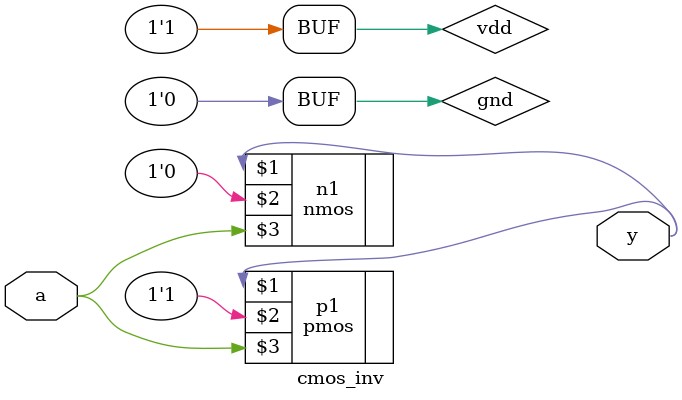
<source format=v>
module cmos_inv(
  input a,
  output y
);
  supply1 vdd;
  supply0 gnd;
  
  pmos p1(y,vdd,a);
  nmos n1(y,gnd,a);
endmodule


</source>
